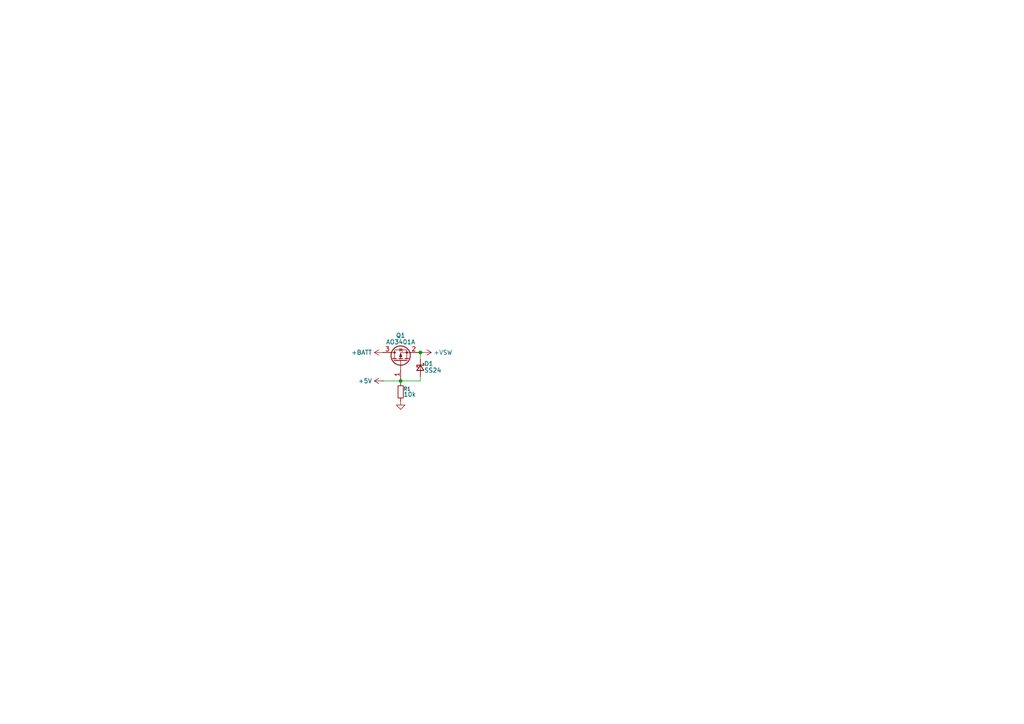
<source format=kicad_sch>
(kicad_sch (version 20250114) (generator "eeschema") (generator_version "9.0")
  (paper "A4")
  (lib_symbols
    (symbol "Device:D_Schottky_Small" (pin_numbers (hide yes)) (pin_names (offset 0.254) (hide yes))
      (property "Reference" "D" (at -1.27 2.032 0))
      (property "Value" "D_Schottky_Small" (at -7.112 -2.032 0))
      (symbol "D_Schottky_Small_0_1"
        (polyline (pts (xy -1.27 0.762) (xy -1.27 1.016) (xy -0.762 1.016) (xy -0.762 -1.016) (xy -0.254 -1.016) (xy -0.254 -0.762)) (stroke (width 0.254)))
        (polyline (pts (xy -0.762 0) (xy 0.762 0)))
        (polyline (pts (xy 0.762 -1.016) (xy -0.762 0) (xy 0.762 1.016) (xy 0.762 -1.016)) (stroke (width 0.254)))
      )
      (symbol "D_Schottky_Small_1_1"
        (pin passive line (at -2.54 0 0) (length 1.778) (name "K") (number "1"))
        (pin passive line (at 2.54 0 180) (length 1.778) (name "A") (number "2"))
      )
    )
    (symbol "Device:R_Small" (pin_numbers (hide yes)) (pin_names (offset 0.254) (hide yes))
      (property "Reference" "R" (at 0 0 90))
      (property "Value" "R_Small" (at 1.778 0 90))
      (symbol "R_Small_0_1"
        (rectangle (start -0.762 1.778) (end 0.762 -1.778) (stroke (width 0.2032)))
      )
      (symbol "R_Small_1_1"
        (pin passive line (at 0 2.54 270) (length 0.762) (name "~") (number "1"))
        (pin passive line (at 0 -2.54 90) (length 0.762) (name "~") (number "2"))
      )
    )
    (symbol "Transistor_FET:AO3401A" (pin_names (hide yes))
      (property "Reference" "Q" (at 5.08 1.905 0))
      (property "Value" "AO3401A" (at 5.08 0 0))
      (symbol "AO3401A_0_1"
        (polyline (pts (xy 0.254 1.905) (xy 0.254 -1.905)) (stroke (width 0.254)))
        (polyline (pts (xy 0.254 0) (xy -2.54 0)))
        (polyline (pts (xy 0.762 2.286) (xy 0.762 1.27)) (stroke (width 0.254)))
        (polyline (pts (xy 0.762 1.778) (xy 3.302 1.778) (xy 3.302 -1.778) (xy 0.762 -1.778)))
        (polyline (pts (xy 0.762 0.508) (xy 0.762 -0.508)) (stroke (width 0.254)))
        (polyline (pts (xy 0.762 -1.27) (xy 0.762 -2.286)) (stroke (width 0.254)))
        (circle (center 1.651 0) (radius 2.794) (stroke (width 0.254)))
        (polyline (pts (xy 2.286 0) (xy 1.27 0.381) (xy 1.27 -0.381) (xy 2.286 0)) (fill (type outline)))
        (polyline (pts (xy 2.54 2.54) (xy 2.54 1.778)))
        (circle (center 2.54 1.778) (radius 0.254) (fill (type outline)))
        (circle (center 2.54 -1.778) (radius 0.254) (fill (type outline)))
        (polyline (pts (xy 2.54 -2.54) (xy 2.54 0) (xy 0.762 0)))
        (polyline (pts (xy 2.794 -0.508) (xy 2.921 -0.381) (xy 3.683 -0.381) (xy 3.81 -0.254)))
        (polyline (pts (xy 3.302 -0.381) (xy 2.921 0.254) (xy 3.683 0.254) (xy 3.302 -0.381)))
      )
      (symbol "AO3401A_1_1"
        (pin input line (at -5.08 0 0) (length 2.54) (name "G") (number "1"))
        (pin passive line (at 2.54 5.08 270) (length 2.54) (name "D") (number "3"))
        (pin passive line (at 2.54 -5.08 90) (length 2.54) (name "S") (number "2"))
      )
    )
    (symbol "power:+5V" (power) (pin_numbers (hide yes)) (pin_names (offset 0) (hide yes))
      (property "Value" "+5V" (at 0 3.556 0))
      (symbol "+5V_0_1"
        (polyline (pts (xy -0.762 1.27) (xy 0 2.54)))
        (polyline (pts (xy 0 2.54) (xy 0.762 1.27)))
        (polyline (pts (xy 0 0) (xy 0 2.54)))
      )
      (symbol "+5V_1_1"
        (pin power_in line (at 0 0 90) (length 0) (name "~") (number "1"))
      )
    )
    (symbol "power:+BATT" (power) (pin_numbers (hide yes)) (pin_names (offset 0) (hide yes))
      (property "Value" "+BATT" (at 0 3.556 0))
      (symbol "+BATT_0_1"
        (polyline (pts (xy -0.762 1.27) (xy 0 2.54)))
        (polyline (pts (xy 0 2.54) (xy 0.762 1.27)))
        (polyline (pts (xy 0 0) (xy 0 2.54)))
      )
      (symbol "+BATT_1_1"
        (pin power_in line (at 0 0 90) (length 0) (name "~") (number "1"))
      )
    )
    (symbol "power:+VSW" (power) (pin_numbers (hide yes)) (pin_names (offset 0) (hide yes))
      (property "Value" "+VSW" (at 0 3.556 0))
      (symbol "+VSW_0_1"
        (polyline (pts (xy -0.762 1.27) (xy 0 2.54)))
        (polyline (pts (xy 0 2.54) (xy 0.762 1.27)))
        (polyline (pts (xy 0 0) (xy 0 2.54)))
      )
      (symbol "+VSW_1_1"
        (pin power_in line (at 0 0 90) (length 0) (name "~") (number "1"))
      )
    )
    (symbol "power:GND" (power) (pin_numbers (hide yes)) (pin_names (offset 0) (hide yes))
      (property "Value" "GND" (at 0 -3.81 0))
      (symbol "GND_0_1"
        (polyline (pts (xy 0 0) (xy 0 -1.27) (xy 1.27 -1.27) (xy 0 -2.54) (xy -1.27 -1.27) (xy 0 -1.27)))
      )
      (symbol "GND_1_1"
        (pin power_in line (at 0 0 270) (length 0) (name "~") (number "1"))
      )
    )
  )
  (junction (at 116.205 110.49))
  (junction (at 121.92 102.235))
  (wire (pts (xy 121.92 110.49) (xy 116.205 110.49)))
  (wire (pts (xy 121.285 102.235) (xy 121.92 102.235)))
  (wire (pts (xy 121.92 102.235) (xy 121.92 104.14)))
  (wire (pts (xy 121.92 109.22) (xy 121.92 110.49)))
  (wire (pts (xy 111.125 110.49) (xy 116.205 110.49)))
  (wire (pts (xy 116.205 110.49) (xy 116.205 111.125)))
  (wire (pts (xy 116.205 109.855) (xy 116.205 110.49)))
  (wire (pts (xy 121.92 102.235) (xy 122.555 102.235)))
  (symbol (lib_id "power:+BATT") (at 111.125 102.235 90) (unit 1)
    (property "Reference" "#PWR01" (effects (hide yes)))
    (property "Value" "+BATT" (at 107.95 102.2349 90) (effects (justify left)))
    (property "Description" "Power symbol creates a global label with name \"+BATT\"" (effects (hide yes)))
  )
  (symbol (lib_id "power:+5V") (at 111.125 110.49 90) (unit 1)
    (property "Reference" "#PWR03" (effects (hide yes)))
    (property "Value" "+5V" (at 107.95 110.4899 90) (effects (justify left)))
    (property "Description" "Power symbol creates a global label with name \"+5V\"" (effects (hide yes)))
  )
  (symbol (lib_id "Transistor_FET:AO3401A") (at 116.205 104.775 90) (unit 1)
    (property "Reference" "Q1" (at 116.2 97.3 90))
    (property "Value" "AO3401A" (at 116.2 99.2 90))
    (property "Footprint" "Package_TO_SOT_SMD:SOT-23" (effects (hide yes)))
    (property "Datasheet" "http://www.aosmd.com/pdfs/datasheet/AO3401A.pdf" (effects (hide yes)))
    (property "Description" "-4.0A Id, -30V Vds, P-Channel MOSFET, SOT-23" (effects (hide yes)))
  )
  (symbol (lib_id "power:+VSW") (at 122.555 102.235 270) (unit 1)
    (property "Reference" "#PWR04" (effects (hide yes)))
    (property "Value" "+VSW" (at 125.73 102.2349 90) (effects (justify left)))
    (property "Description" "Power symbol creates a global label with name \"+VSW\"" (effects (hide yes)))
  )
  (symbol (lib_id "power:GND") (at 116.205 116.205 0) (unit 1)
    (property "Reference" "#PWR02" (effects (hide yes)))
    (property "Value" "GND" (effects (hide yes)))
    (property "Description" "Power symbol creates a global label with name \"GND\" , ground" (effects (hide yes)))
  )
  (symbol (lib_id "Device:R_Small") (at 116.205 113.665 0) (unit 1)
    (property "Reference" "R1" (at 117 112.8 0) (effects (font (size 1.016 1.016)) (justify left)))
    (property "Value" "10k" (at 117 114.4 0) (effects (justify left)))
    (property "Description" "Resistor, small symbol" (effects (hide yes)))
  )
  (symbol (lib_id "Device:D_Schottky_Small") (at 121.92 106.68 270) (unit 1)
    (property "Reference" "D1" (at 123 105.5 90) (effects (justify left)))
    (property "Value" "SS24" (at 123 107.4 90) (effects (justify left)))
    (property "Footprint" "Diode_SMD:D_SMA" (effects (hide yes)))
    (property "Description" "Schottky diode, small symbol" (effects (hide yes)))
  )
)
</source>
